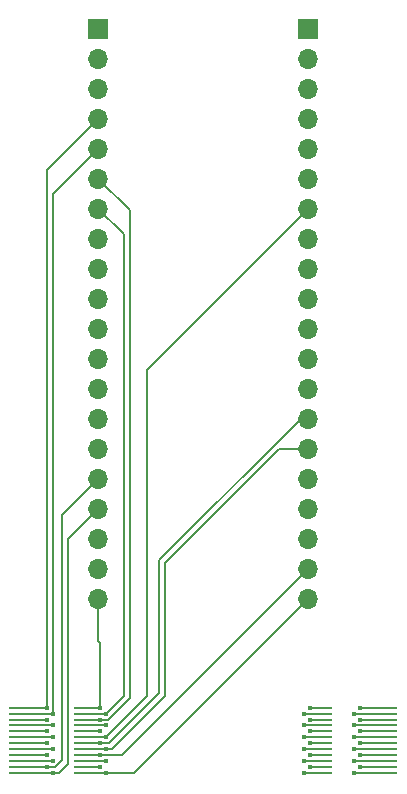
<source format=gbr>
%TF.GenerationSoftware,KiCad,Pcbnew,7.0.7*%
%TF.CreationDate,2023-10-20T16:04:56+10:00*%
%TF.ProjectId,ProgrammingBoard,50726f67-7261-46d6-9d69-6e67426f6172,rev?*%
%TF.SameCoordinates,Original*%
%TF.FileFunction,Copper,L1,Top*%
%TF.FilePolarity,Positive*%
%FSLAX46Y46*%
G04 Gerber Fmt 4.6, Leading zero omitted, Abs format (unit mm)*
G04 Created by KiCad (PCBNEW 7.0.7) date 2023-10-20 16:04:56*
%MOMM*%
%LPD*%
G01*
G04 APERTURE LIST*
G04 Aperture macros list*
%AMRoundRect*
0 Rectangle with rounded corners*
0 $1 Rounding radius*
0 $2 $3 $4 $5 $6 $7 $8 $9 X,Y pos of 4 corners*
0 Add a 4 corners polygon primitive as box body*
4,1,4,$2,$3,$4,$5,$6,$7,$8,$9,$2,$3,0*
0 Add four circle primitives for the rounded corners*
1,1,$1+$1,$2,$3*
1,1,$1+$1,$4,$5*
1,1,$1+$1,$6,$7*
1,1,$1+$1,$8,$9*
0 Add four rect primitives between the rounded corners*
20,1,$1+$1,$2,$3,$4,$5,0*
20,1,$1+$1,$4,$5,$6,$7,0*
20,1,$1+$1,$6,$7,$8,$9,0*
20,1,$1+$1,$8,$9,$2,$3,0*%
G04 Aperture macros list end*
%TA.AperFunction,SMDPad,CuDef*%
%ADD10RoundRect,0.062500X-0.587500X-0.062500X0.587500X-0.062500X0.587500X0.062500X-0.587500X0.062500X0*%
%TD*%
%TA.AperFunction,ComponentPad*%
%ADD11R,1.700000X1.700000*%
%TD*%
%TA.AperFunction,ComponentPad*%
%ADD12O,1.700000X1.700000*%
%TD*%
%TA.AperFunction,ViaPad*%
%ADD13C,0.400000*%
%TD*%
%TA.AperFunction,Conductor*%
%ADD14C,0.200000*%
%TD*%
G04 APERTURE END LIST*
D10*
%TO.P,J4,1,Pin_1*%
%TO.N,/Connectors/SWDCLK*%
X1250000Y-3250000D03*
%TO.P,J4,2,Pin_2*%
%TO.N,/Connectors/RESET*%
X6750000Y-3250000D03*
%TO.P,J4,3,Pin_3*%
%TO.N,/Connectors/SWDIO*%
X1250000Y-3750000D03*
%TO.P,J4,4,Pin_4*%
%TO.N,/Connectors/TX*%
X6750000Y-3750000D03*
%TO.P,J4,5,Pin_5*%
%TO.N,VCC*%
X1250000Y-4250000D03*
%TO.P,J4,6,Pin_6*%
%TO.N,/Connectors/RX*%
X6750000Y-4250000D03*
%TO.P,J4,7,Pin_7*%
%TO.N,VCC*%
X1250000Y-4750000D03*
%TO.P,J4,8,Pin_8*%
%TO.N,/Connectors/LED0*%
X6750000Y-4750000D03*
%TO.P,J4,9,Pin_9*%
%TO.N,VCC*%
X1250000Y-5250000D03*
%TO.P,J4,10,Pin_10*%
%TO.N,/Connectors/LED1*%
X6750000Y-5250000D03*
%TO.P,J4,11,Pin_11*%
%TO.N,VCC*%
X1250000Y-5750000D03*
%TO.P,J4,12,Pin_12*%
%TO.N,/Connectors/VSENSE*%
X6750000Y-5750000D03*
%TO.P,J4,13,Pin_13*%
%TO.N,GND*%
X1250000Y-6250000D03*
%TO.P,J4,14,Pin_14*%
%TO.N,/Connectors/SCL*%
X6750000Y-6250000D03*
%TO.P,J4,15,Pin_15*%
%TO.N,GND*%
X1250000Y-6750000D03*
%TO.P,J4,16,Pin_16*%
%TO.N,/Connectors/SDA*%
X6750000Y-6750000D03*
%TO.P,J4,17,Pin_17*%
%TO.N,GND*%
X1250000Y-7250000D03*
%TO.P,J4,18,Pin_18*%
%TO.N,/Connectors/LED_EN*%
X6750000Y-7250000D03*
%TO.P,J4,19,Pin_19*%
%TO.N,GND*%
X1250000Y-7750000D03*
%TO.P,J4,20,Pin_20*%
%TO.N,/Connectors/LED2*%
X6750000Y-7750000D03*
%TO.P,J4,21,Pin_21*%
%TO.N,/Connectors/INT2*%
X1250000Y-8250000D03*
%TO.P,J4,22,Pin_22*%
%TO.N,/Connectors/LED3*%
X6750000Y-8250000D03*
%TO.P,J4,23,Pin_23*%
%TO.N,/Connectors/INT1*%
X1250000Y-8750000D03*
%TO.P,J4,24,Pin_24*%
%TO.N,/Connectors/BUTTON*%
X6750000Y-8750000D03*
%TD*%
%TO.P,J2,1,Pin_1*%
%TO.N,GND*%
X27250000Y-3250000D03*
%TO.P,J2,2,Pin_2*%
X32750000Y-3250000D03*
%TO.P,J2,3,Pin_3*%
%TO.N,/Connectors/COL9*%
X27250000Y-3750000D03*
%TO.P,J2,4,Pin_4*%
%TO.N,/Connectors/ROW0*%
X32750000Y-3750000D03*
%TO.P,J2,5,Pin_5*%
%TO.N,/Connectors/COL10*%
X27250000Y-4250000D03*
%TO.P,J2,6,Pin_6*%
%TO.N,/Connectors/ROW1*%
X32750000Y-4250000D03*
%TO.P,J2,7,Pin_7*%
%TO.N,/Connectors/COL0*%
X27250000Y-4750000D03*
%TO.P,J2,8,Pin_8*%
%TO.N,/Connectors/ROW2*%
X32750000Y-4750000D03*
%TO.P,J2,9,Pin_9*%
%TO.N,/Connectors/COL1*%
X27250000Y-5250000D03*
%TO.P,J2,10,Pin_10*%
%TO.N,/Connectors/ROW3*%
X32750000Y-5250000D03*
%TO.P,J2,11,Pin_11*%
%TO.N,/Connectors/COL2*%
X27250000Y-5750000D03*
%TO.P,J2,12,Pin_12*%
%TO.N,/Connectors/ROW4*%
X32750000Y-5750000D03*
%TO.P,J2,13,Pin_13*%
%TO.N,/Connectors/COL3*%
X27250000Y-6250000D03*
%TO.P,J2,14,Pin_14*%
%TO.N,/Connectors/ROW5*%
X32750000Y-6250000D03*
%TO.P,J2,15,Pin_15*%
%TO.N,/Connectors/COL4*%
X27250000Y-6750000D03*
%TO.P,J2,16,Pin_16*%
%TO.N,/Connectors/ROW6*%
X32750000Y-6750000D03*
%TO.P,J2,17,Pin_17*%
%TO.N,/Connectors/COL5*%
X27250000Y-7250000D03*
%TO.P,J2,18,Pin_18*%
%TO.N,/Connectors/ROW7*%
X32750000Y-7250000D03*
%TO.P,J2,19,Pin_19*%
%TO.N,/Connectors/COL6*%
X27250000Y-7750000D03*
%TO.P,J2,20,Pin_20*%
%TO.N,/Connectors/ROW8*%
X32750000Y-7750000D03*
%TO.P,J2,21,Pin_21*%
%TO.N,/Connectors/COL7*%
X27250000Y-8250000D03*
%TO.P,J2,22,Pin_22*%
%TO.N,/Connectors/ROW9*%
X32750000Y-8250000D03*
%TO.P,J2,23,Pin_23*%
%TO.N,/Connectors/COL8*%
X27250000Y-8750000D03*
%TO.P,J2,24,Pin_24*%
%TO.N,GND*%
X32750000Y-8750000D03*
%TD*%
D11*
%TO.P,J6,1,Pin_1*%
%TO.N,unconnected-(J6-Pin_1-Pad1)*%
X25890000Y54250000D03*
D12*
%TO.P,J6,2,Pin_2*%
%TO.N,unconnected-(J6-Pin_2-Pad2)*%
X25890000Y51710000D03*
%TO.P,J6,3,Pin_3*%
%TO.N,GND*%
X25890000Y49170000D03*
%TO.P,J6,4,Pin_4*%
%TO.N,unconnected-(J6-Pin_4-Pad4)*%
X25890000Y46630000D03*
%TO.P,J6,5,Pin_5*%
%TO.N,VCC*%
X25890000Y44090000D03*
%TO.P,J6,6,Pin_6*%
%TO.N,unconnected-(J6-Pin_6-Pad6)*%
X25890000Y41550000D03*
%TO.P,J6,7,Pin_7*%
%TO.N,/Connectors/VSENSE*%
X25890000Y39010000D03*
%TO.P,J6,8,Pin_8*%
%TO.N,GND*%
X25890000Y36470000D03*
%TO.P,J6,9,Pin_9*%
%TO.N,unconnected-(J6-Pin_9-Pad9)*%
X25890000Y33930000D03*
%TO.P,J6,10,Pin_10*%
%TO.N,unconnected-(J6-Pin_10-Pad10)*%
X25890000Y31390000D03*
%TO.P,J6,11,Pin_11*%
%TO.N,unconnected-(J6-Pin_11-Pad11)*%
X25890000Y28850000D03*
%TO.P,J6,12,Pin_12*%
%TO.N,unconnected-(J6-Pin_12-Pad12)*%
X25890000Y26310000D03*
%TO.P,J6,13,Pin_13*%
%TO.N,GND*%
X25890000Y23770000D03*
%TO.P,J6,14,Pin_14*%
%TO.N,/Connectors/SCL*%
X25890000Y21230000D03*
%TO.P,J6,15,Pin_15*%
%TO.N,/Connectors/SDA*%
X25890000Y18690000D03*
%TO.P,J6,16,Pin_16*%
%TO.N,unconnected-(J6-Pin_16-Pad16)*%
X25890000Y16150000D03*
%TO.P,J6,17,Pin_17*%
%TO.N,unconnected-(J6-Pin_17-Pad17)*%
X25890000Y13610000D03*
%TO.P,J6,18,Pin_18*%
%TO.N,GND*%
X25890000Y11070000D03*
%TO.P,J6,19,Pin_19*%
%TO.N,/Connectors/LED_EN*%
X25890000Y8530000D03*
%TO.P,J6,20,Pin_20*%
%TO.N,/Connectors/BUTTON*%
X25890000Y5990000D03*
%TD*%
D11*
%TO.P,J5,1,Pin_1*%
%TO.N,unconnected-(J5-Pin_1-Pad1)*%
X8110000Y54250000D03*
D12*
%TO.P,J5,2,Pin_2*%
%TO.N,unconnected-(J5-Pin_2-Pad2)*%
X8110000Y51710000D03*
%TO.P,J5,3,Pin_3*%
%TO.N,GND*%
X8110000Y49170000D03*
%TO.P,J5,4,Pin_4*%
%TO.N,/Connectors/SWDCLK*%
X8110000Y46630000D03*
%TO.P,J5,5,Pin_5*%
%TO.N,/Connectors/SWDIO*%
X8110000Y44090000D03*
%TO.P,J5,6,Pin_6*%
%TO.N,/Connectors/RX*%
X8110000Y41550000D03*
%TO.P,J5,7,Pin_7*%
%TO.N,/Connectors/TX*%
X8110000Y39010000D03*
%TO.P,J5,8,Pin_8*%
%TO.N,GND*%
X8110000Y36470000D03*
%TO.P,J5,9,Pin_9*%
%TO.N,/Connectors/LED3*%
X8110000Y33930000D03*
%TO.P,J5,10,Pin_10*%
%TO.N,/Connectors/LED2*%
X8110000Y31390000D03*
%TO.P,J5,11,Pin_11*%
%TO.N,/Connectors/LED1*%
X8110000Y28850000D03*
%TO.P,J5,12,Pin_12*%
%TO.N,/Connectors/LED0*%
X8110000Y26310000D03*
%TO.P,J5,13,Pin_13*%
%TO.N,GND*%
X8110000Y23770000D03*
%TO.P,J5,14,Pin_14*%
%TO.N,unconnected-(J5-Pin_14-Pad14)*%
X8110000Y21230000D03*
%TO.P,J5,15,Pin_15*%
%TO.N,unconnected-(J5-Pin_15-Pad15)*%
X8110000Y18690000D03*
%TO.P,J5,16,Pin_16*%
%TO.N,/Connectors/INT2*%
X8110000Y16150000D03*
%TO.P,J5,17,Pin_17*%
%TO.N,/Connectors/INT1*%
X8110000Y13610000D03*
%TO.P,J5,18,Pin_18*%
%TO.N,GND*%
X8110000Y11070000D03*
%TO.P,J5,19,Pin_19*%
%TO.N,unconnected-(J5-Pin_19-Pad19)*%
X8110000Y8530000D03*
%TO.P,J5,20,Pin_20*%
%TO.N,/Connectors/RESET*%
X8110000Y5990000D03*
%TD*%
D13*
%TO.N,GND*%
X30250000Y-3250000D03*
X3750000Y-6250000D03*
X3750000Y-7250000D03*
X4250000Y-6750000D03*
X4250000Y-7750000D03*
X26000000Y-3250000D03*
X29750000Y-8750000D03*
%TO.N,/Connectors/ROW0*%
X29750000Y-3750000D03*
%TO.N,/Connectors/COL9*%
X25500000Y-3750000D03*
%TO.N,/Connectors/ROW1*%
X30250000Y-4250000D03*
%TO.N,/Connectors/COL10*%
X26000000Y-4250000D03*
%TO.N,/Connectors/ROW2*%
X29750000Y-4750000D03*
%TO.N,/Connectors/COL0*%
X25500000Y-4750000D03*
%TO.N,/Connectors/ROW3*%
X30250000Y-5250000D03*
%TO.N,/Connectors/COL1*%
X26000000Y-5250000D03*
%TO.N,/Connectors/ROW4*%
X29750000Y-5750000D03*
%TO.N,/Connectors/COL2*%
X25500000Y-5750000D03*
%TO.N,/Connectors/ROW5*%
X30250000Y-6250000D03*
%TO.N,/Connectors/COL3*%
X26000000Y-6250000D03*
%TO.N,/Connectors/ROW6*%
X29750000Y-6750000D03*
%TO.N,/Connectors/COL4*%
X25500000Y-6750000D03*
%TO.N,/Connectors/ROW7*%
X30250000Y-7250000D03*
%TO.N,/Connectors/COL5*%
X26000000Y-7250000D03*
%TO.N,/Connectors/ROW8*%
X29750000Y-7750000D03*
%TO.N,/Connectors/COL6*%
X25500000Y-7750000D03*
%TO.N,/Connectors/ROW9*%
X30250000Y-8250000D03*
%TO.N,/Connectors/COL7*%
X26000000Y-8250000D03*
%TO.N,/Connectors/COL8*%
X25500000Y-8750000D03*
%TO.N,/Connectors/RESET*%
X8250000Y-3250000D03*
%TO.N,VCC*%
X4250000Y-4750000D03*
X3750000Y-5250000D03*
X3750000Y-4250000D03*
X4250000Y-5750000D03*
%TO.N,/Connectors/SWDCLK*%
X3750000Y-3250000D03*
%TO.N,/Connectors/TX*%
X8750000Y-3750000D03*
%TO.N,/Connectors/SWDIO*%
X4250000Y-3750000D03*
%TO.N,/Connectors/RX*%
X8250000Y-4250000D03*
%TO.N,/Connectors/LED0*%
X8750000Y-4750000D03*
%TO.N,/Connectors/LED1*%
X8250000Y-5250000D03*
%TO.N,/Connectors/VSENSE*%
X8750000Y-5750000D03*
%TO.N,/Connectors/SCL*%
X8250000Y-6250000D03*
%TO.N,/Connectors/SDA*%
X8750000Y-6750000D03*
%TO.N,/Connectors/LED_EN*%
X8250000Y-7250000D03*
%TO.N,/Connectors/LED2*%
X8750000Y-7750000D03*
%TO.N,/Connectors/LED3*%
X8250000Y-8250000D03*
%TO.N,/Connectors/INT2*%
X3750000Y-8250000D03*
%TO.N,/Connectors/BUTTON*%
X8750000Y-8750000D03*
%TO.N,/Connectors/INT1*%
X4250000Y-8750000D03*
%TD*%
D14*
%TO.N,/Connectors/SDA*%
X23440000Y18690000D02*
X25890000Y18690000D01*
X13750000Y9000000D02*
X23440000Y18690000D01*
X13750000Y-2250000D02*
X13750000Y9000000D01*
X8750000Y-6750000D02*
X9250000Y-6750000D01*
X9250000Y-6750000D02*
X13750000Y-2250000D01*
%TO.N,/Connectors/SCL*%
X25230000Y21230000D02*
X25890000Y21230000D01*
X13250000Y9250000D02*
X25230000Y21230000D01*
X13250000Y-2000000D02*
X13250000Y9250000D01*
X9000000Y-6250000D02*
X13250000Y-2000000D01*
X8250000Y-6250000D02*
X9000000Y-6250000D01*
%TO.N,GND*%
X1250000Y-7250000D02*
X3750000Y-7250000D01*
X4250000Y-6750000D02*
X1250000Y-6750000D01*
X26000000Y-3250000D02*
X27250000Y-3250000D01*
X1250000Y-6250000D02*
X3750000Y-6250000D01*
X30250000Y-3250000D02*
X32750000Y-3250000D01*
X29750000Y-8750000D02*
X32750000Y-8750000D01*
X4250000Y-7750000D02*
X1250000Y-7750000D01*
%TO.N,/Connectors/ROW0*%
X29750000Y-3750000D02*
X32750000Y-3750000D01*
%TO.N,/Connectors/COL9*%
X25500000Y-3750000D02*
X27250000Y-3750000D01*
%TO.N,/Connectors/ROW1*%
X30250000Y-4250000D02*
X32750000Y-4250000D01*
%TO.N,/Connectors/COL10*%
X26000000Y-4250000D02*
X27250000Y-4250000D01*
%TO.N,/Connectors/ROW2*%
X29750000Y-4750000D02*
X32750000Y-4750000D01*
%TO.N,/Connectors/COL0*%
X25500000Y-4750000D02*
X27250000Y-4750000D01*
%TO.N,/Connectors/ROW3*%
X30250000Y-5250000D02*
X32750000Y-5250000D01*
%TO.N,/Connectors/COL1*%
X26000000Y-5250000D02*
X27250000Y-5250000D01*
%TO.N,/Connectors/ROW4*%
X29750000Y-5750000D02*
X32750000Y-5750000D01*
%TO.N,/Connectors/COL2*%
X25500000Y-5750000D02*
X27250000Y-5750000D01*
%TO.N,/Connectors/ROW5*%
X30250000Y-6250000D02*
X32750000Y-6250000D01*
%TO.N,/Connectors/COL3*%
X26000000Y-6250000D02*
X27250000Y-6250000D01*
%TO.N,/Connectors/ROW6*%
X29750000Y-6750000D02*
X32750000Y-6750000D01*
%TO.N,/Connectors/COL4*%
X25500000Y-6750000D02*
X27250000Y-6750000D01*
%TO.N,/Connectors/ROW7*%
X30250000Y-7250000D02*
X32750000Y-7250000D01*
%TO.N,/Connectors/COL5*%
X26000000Y-7250000D02*
X27250000Y-7250000D01*
%TO.N,/Connectors/ROW8*%
X29750000Y-7750000D02*
X32750000Y-7750000D01*
%TO.N,/Connectors/COL6*%
X25500000Y-7750000D02*
X27250000Y-7750000D01*
%TO.N,/Connectors/ROW9*%
X30250000Y-8250000D02*
X32750000Y-8250000D01*
%TO.N,/Connectors/COL7*%
X26000000Y-8250000D02*
X27250000Y-8250000D01*
%TO.N,/Connectors/COL8*%
X25500000Y-8750000D02*
X27250000Y-8750000D01*
%TO.N,/Connectors/RESET*%
X8250000Y-3250000D02*
X8250000Y2250000D01*
X6750000Y-3250000D02*
X8250000Y-3250000D01*
X8110000Y2390000D02*
X8110000Y5990000D01*
X8250000Y2250000D02*
X8110000Y2390000D01*
%TO.N,VCC*%
X4250000Y-4750000D02*
X1250000Y-4750000D01*
X1250000Y-4250000D02*
X3750000Y-4250000D01*
X1250000Y-5250000D02*
X3750000Y-5250000D01*
X4250000Y-5750000D02*
X1250000Y-5750000D01*
%TO.N,/Connectors/SWDCLK*%
X3750000Y-3250000D02*
X3750000Y42270000D01*
X1250000Y-3250000D02*
X3750000Y-3250000D01*
X3750000Y42270000D02*
X8110000Y46630000D01*
%TO.N,/Connectors/TX*%
X10250000Y-2250000D02*
X10250000Y36870000D01*
X8750000Y-3750000D02*
X10250000Y-2250000D01*
X6750000Y-3750000D02*
X8750000Y-3750000D01*
X10250000Y36870000D02*
X8110000Y39010000D01*
%TO.N,/Connectors/SWDIO*%
X4250000Y-3750000D02*
X4250000Y40230000D01*
X4250000Y-3750000D02*
X1250000Y-3750000D01*
X4250000Y40230000D02*
X8110000Y44090000D01*
%TO.N,/Connectors/RX*%
X8250000Y-4250000D02*
X8957107Y-4250000D01*
X8957107Y-4250000D02*
X10750000Y-2457107D01*
X10750000Y38910000D02*
X8110000Y41550000D01*
X6750000Y-4250000D02*
X8250000Y-4250000D01*
X10750000Y-2457107D02*
X10750000Y38910000D01*
%TO.N,/Connectors/LED0*%
X6750000Y-4750000D02*
X8750000Y-4750000D01*
%TO.N,/Connectors/LED1*%
X6750000Y-5250000D02*
X8250000Y-5250000D01*
%TO.N,/Connectors/VSENSE*%
X6750000Y-5750000D02*
X8750000Y-5750000D01*
X8750000Y-5750000D02*
X12250000Y-2250000D01*
X12250000Y25370000D02*
X25890000Y39010000D01*
X12250000Y-2250000D02*
X12250000Y25370000D01*
%TO.N,/Connectors/SCL*%
X6750000Y-6250000D02*
X8250000Y-6250000D01*
%TO.N,/Connectors/SDA*%
X6750000Y-6750000D02*
X8750000Y-6750000D01*
%TO.N,/Connectors/LED_EN*%
X6750000Y-7250000D02*
X8250000Y-7250000D01*
X10110000Y-7250000D02*
X8250000Y-7250000D01*
X25890000Y8530000D02*
X10110000Y-7250000D01*
%TO.N,/Connectors/LED2*%
X6750000Y-7750000D02*
X8750000Y-7750000D01*
%TO.N,/Connectors/LED3*%
X6750000Y-8250000D02*
X8250000Y-8250000D01*
%TO.N,/Connectors/INT2*%
X4457107Y-8250000D02*
X5000000Y-7707107D01*
X5000000Y-7707107D02*
X5000000Y13040000D01*
X1250000Y-8250000D02*
X4457107Y-8250000D01*
X5000000Y13040000D02*
X8110000Y16150000D01*
%TO.N,/Connectors/BUTTON*%
X8750000Y-8750000D02*
X11150000Y-8750000D01*
X11150000Y-8750000D02*
X25890000Y5990000D01*
X6750000Y-8750000D02*
X8750000Y-8750000D01*
%TO.N,/Connectors/INT1*%
X4250000Y-8750000D02*
X1250000Y-8750000D01*
X5500000Y11000000D02*
X8110000Y13610000D01*
X4750000Y-8750000D02*
X5500000Y-8000000D01*
X4250000Y-8750000D02*
X4750000Y-8750000D01*
X5500000Y-8000000D02*
X5500000Y11000000D01*
%TD*%
M02*

</source>
